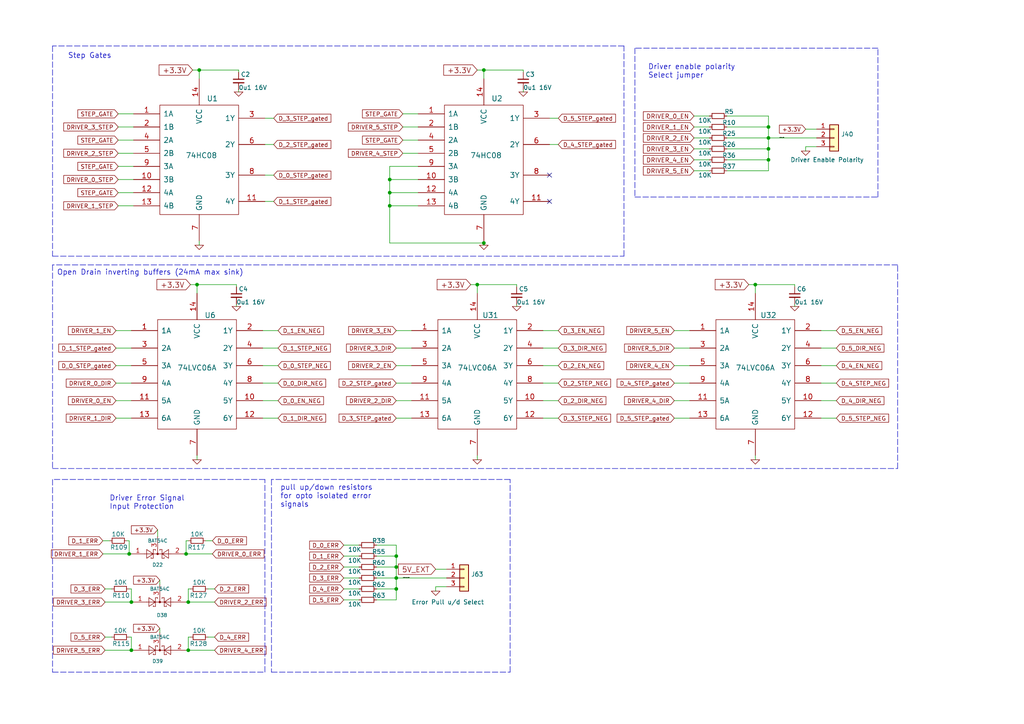
<source format=kicad_sch>
(kicad_sch (version 20211123) (generator eeschema)
  (paper "A4")
  (title_block (title "Duet 3 Main Board 6XD") (date "2023-02-22") (rev "1.01") (company "Duet3d") (comment 1 "(c) Duet3D"))
  (lib_symbols
    (symbol "Connector_Generic:Conn_01x03" (pin_names (offset 1.016) hide)
      (property "Reference" "J" (at 0 5.08 0))
      (property "Value" "Conn_01x03" (at 0 -5.08 0))
      (symbol "Conn_01x03_1_1"
        (rectangle (start -1.27 -2.413) (end 0 -2.667) (stroke (width 0.1524)))
        (rectangle (start -1.27 0.127) (end 0 -0.127) (stroke (width 0.1524)))
        (rectangle (start -1.27 2.667) (end 0 2.413) (stroke (width 0.1524)))
        (rectangle (start -1.27 3.81) (end 1.27 -3.81) (stroke (width 0.254)) (fill (type background)))
        (pin passive line (at -5.08 2.54 0) (length 3.81) (name "Pin_1") (number "1"))
        (pin passive line (at -5.08 0 0) (length 3.81) (name "Pin_2") (number "2"))
        (pin passive line (at -5.08 -2.54 0) (length 3.81) (name "Pin_3") (number "3"))
      )
    )
    (symbol "Device:C_Small" (pin_numbers hide) (pin_names (offset 0.254) hide)
      (property "Reference" "C" (at 0.254 1.778 0))
      (property "Value" "C_Small" (at 0.254 -2.032 0))
      (symbol "C_Small_0_1"
        (polyline (pts (xy -1.524 -0.508) (xy 1.524 -0.508)) (stroke (width 0.3302)))
        (polyline (pts (xy -1.524 0.508) (xy 1.524 0.508)) (stroke (width 0.3048)))
      )
      (symbol "C_Small_1_1"
        (pin passive line (at 0 2.54 270) (length 2.032) (name "~") (number "1"))
        (pin passive line (at 0 -2.54 90) (length 2.032) (name "~") (number "2"))
      )
    )
    (symbol "Device:R_Small" (pin_numbers hide) (pin_names (offset 0.254) hide)
      (property "Reference" "R" (at 0.762 0.508 0))
      (property "Value" "R_Small" (at 0.762 -1.016 0))
      (symbol "R_Small_0_1"
        (rectangle (start -0.762 1.778) (end 0.762 -1.778) (stroke (width 0.2032)))
      )
      (symbol "R_Small_1_1"
        (pin passive line (at 0 2.54 270) (length 0.762) (name "~") (number "1"))
        (pin passive line (at 0 -2.54 90) (length 0.762) (name "~") (number "2"))
      )
    )
    (symbol "Diode:BAT54C" (pin_names (offset 1.016))
      (property "Reference" "D" (at 0.635 -3.81 0))
      (property "Value" "BAT54C" (at -6.35 3.175 0))
      (symbol "BAT54C_0_1"
        (polyline (pts (xy -1.905 0) (xy 1.905 0)))
        (polyline (pts (xy -1.905 1.27) (xy -1.905 1.016)))
        (polyline (pts (xy -1.27 -1.27) (xy -0.635 -1.27)))
        (polyline (pts (xy -1.27 0) (xy -3.81 0)))
        (polyline (pts (xy -1.27 1.27) (xy -1.905 1.27)))
        (polyline (pts (xy -1.27 1.27) (xy -1.27 -1.27)))
        (polyline (pts (xy -0.635 -1.27) (xy -0.635 -1.016)))
        (polyline (pts (xy 0.635 -1.27) (xy 0.635 -1.016)))
        (polyline (pts (xy 1.27 -1.27) (xy 0.635 -1.27)))
        (polyline (pts (xy 1.27 1.27) (xy 1.27 -1.27)))
        (polyline (pts (xy 1.27 1.27) (xy 1.905 1.27)))
        (polyline (pts (xy 1.905 1.27) (xy 1.905 1.016)))
        (polyline (pts (xy 3.81 0) (xy 1.27 0)))
        (polyline (pts (xy -3.175 -1.27) (xy -3.175 1.27) (xy -1.27 0) (xy -3.175 -1.27)))
        (polyline (pts (xy 3.175 -1.27) (xy 3.175 1.27) (xy 1.27 0) (xy 3.175 -1.27)))
        (circle (center 0 0) (radius 0.254) (fill (type outline)))
      )
      (symbol "BAT54C_1_1"
        (pin passive line (at -7.62 0 0) (length 3.81) (name "~") (number "1"))
        (pin passive line (at 7.62 0 180) (length 3.81) (name "~") (number "2"))
        (pin passive line (at 0 -5.08 90) (length 5.08) (name "~") (number "3"))
      )
    )
    (symbol "Duet3:74HC08" (pin_names (offset 1.016))
      (property "Reference" "U" (at 0 1.27 0))
      (property "Value" "74HC08" (at 0 -1.27 0))
      (symbol "74HC08_0_1"
        (rectangle (start -11.43 13.97) (end 11.43 -17.78))
      )
      (symbol "74HC08_1_1"
        (pin power_in line (at -19.05 11.43 0) (length 7.62) (name "1A") (number "1"))
        (pin power_in line (at -19.05 -7.62 0) (length 7.62) (name "3B") (number "10"))
        (pin power_in line (at 19.05 -13.97 180) (length 7.62) (name "4Y") (number "11"))
        (pin power_in line (at -19.05 -11.43 0) (length 7.62) (name "4A") (number "12"))
        (pin power_in line (at -19.05 -15.24 0) (length 7.62) (name "4B") (number "13"))
        (pin power_in line (at 0 21.59 270) (length 7.62) (name "VCC") (number "14"))
        (pin power_in line (at -19.05 7.62 0) (length 7.62) (name "1B") (number "2"))
        (pin power_in line (at 19.05 10.16 180) (length 7.62) (name "1Y") (number "3"))
        (pin power_in line (at -19.05 3.81 0) (length 7.62) (name "2A") (number "4"))
        (pin power_in line (at -19.05 0 0) (length 7.62) (name "2B") (number "5"))
        (pin power_in line (at 19.05 2.54 180) (length 7.62) (name "2Y") (number "6"))
        (pin power_in line (at 0 -25.4 90) (length 7.62) (name "GND") (number "7"))
        (pin power_in line (at 19.05 -6.35 180) (length 7.62) (name "3Y") (number "8"))
        (pin power_in line (at -19.05 -3.81 0) (length 7.62) (name "3A") (number "9"))
      )
    )
    (symbol "Duet3:74LVC06A" (pin_names (offset 1.016))
      (property "Reference" "U" (at 0 1.27 0))
      (property "Value" "74LVC06A" (at 0 -1.27 0))
      (symbol "74LVC06A_0_1"
        (rectangle (start -11.43 13.97) (end 11.43 -17.78))
      )
      (symbol "74LVC06A_1_1"
        (pin power_in line (at -19.05 10.795 0) (length 7.62) (name "1A") (number "1"))
        (pin power_in line (at 19.05 -9.525 180) (length 7.62) (name "5Y") (number "10"))
        (pin power_in line (at -19.05 -9.525 0) (length 7.62) (name "5A") (number "11"))
        (pin power_in line (at 19.05 -14.605 180) (length 7.62) (name "6Y") (number "12"))
        (pin power_in line (at -19.05 -14.605 0) (length 7.62) (name "6A") (number "13"))
        (pin power_in line (at 0 21.59 270) (length 7.62) (name "VCC") (number "14"))
        (pin power_in line (at 19.05 10.795 180) (length 7.62) (name "1Y") (number "2"))
        (pin power_in line (at -19.05 5.715 0) (length 7.62) (name "2A") (number "3"))
        (pin power_in line (at 19.05 5.715 180) (length 7.62) (name "2Y") (number "4"))
        (pin power_in line (at -19.05 0.635 0) (length 7.62) (name "3A") (number "5"))
        (pin power_in line (at 19.05 0.635 180) (length 7.62) (name "3Y") (number "6"))
        (pin power_in line (at 0 -25.4 90) (length 7.62) (name "GND") (number "7"))
        (pin power_in line (at 19.05 -4.445 180) (length 7.62) (name "4Y") (number "8"))
        (pin power_in line (at -19.05 -4.445 0) (length 7.62) (name "4A") (number "9"))
      )
    )
    (symbol "Duet3:GND" (power) (pin_numbers hide) (pin_names (offset 0) hide)
      (symbol "GND_0_1"
        (polyline (pts (xy -1.27 0) (xy 0 -1.27) (xy 1.27 0) (xy -1.27 0)))
      )
      (symbol "GND_1_1"
        (pin power_in line (at 0 0 90) (length 0) hide (name "GND") (number "1"))
      )
    )
    (symbol "GND_1" (power) (pin_numbers hide) (pin_names (offset 0) hide)
      (symbol "GND_1_0_1"
        (polyline (pts (xy -1.27 0) (xy 0 -1.27) (xy 1.27 0) (xy -1.27 0)))
      )
      (symbol "GND_1_1_1"
        (pin power_in line (at 0 0 90) (length 0) hide (name "GND") (number "1"))
      )
    )
    (symbol "GND_10" (power) (pin_numbers hide) (pin_names (offset 0) hide)
      (symbol "GND_10_0_1"
        (polyline (pts (xy -1.27 0) (xy 0 -1.27) (xy 1.27 0) (xy -1.27 0)))
      )
      (symbol "GND_10_1_1"
        (pin power_in line (at 0 0 90) (length 0) hide (name "GND") (number "1"))
      )
    )
    (symbol "GND_11" (power) (pin_numbers hide) (pin_names (offset 0) hide)
      (symbol "GND_11_0_1"
        (polyline (pts (xy -1.27 0) (xy 0 -1.27) (xy 1.27 0) (xy -1.27 0)))
      )
      (symbol "GND_11_1_1"
        (pin power_in line (at 0 0 90) (length 0) hide (name "GND") (number "1"))
      )
    )
    (symbol "GND_2" (power) (pin_numbers hide) (pin_names (offset 0) hide)
      (symbol "GND_2_0_1"
        (polyline (pts (xy -1.27 0) (xy 0 -1.27) (xy 1.27 0) (xy -1.27 0)))
      )
      (symbol "GND_2_1_1"
        (pin power_in line (at 0 0 90) (length 0) hide (name "GND") (number "1"))
      )
    )
    (symbol "GND_3" (power) (pin_numbers hide) (pin_names (offset 0) hide)
      (symbol "GND_3_0_1"
        (polyline (pts (xy -1.27 0) (xy 0 -1.27) (xy 1.27 0) (xy -1.27 0)))
      )
      (symbol "GND_3_1_1"
        (pin power_in line (at 0 0 90) (length 0) hide (name "GND") (number "1"))
      )
    )
    (symbol "GND_4" (power) (pin_numbers hide) (pin_names (offset 0) hide)
      (symbol "GND_4_0_1"
        (polyline (pts (xy -1.27 0) (xy 0 -1.27) (xy 1.27 0) (xy -1.27 0)))
      )
      (symbol "GND_4_1_1"
        (pin power_in line (at 0 0 90) (length 0) hide (name "GND") (number "1"))
      )
    )
    (symbol "GND_5" (power) (pin_numbers hide) (pin_names (offset 0) hide)
      (symbol "GND_5_0_1"
        (polyline (pts (xy -1.27 0) (xy 0 -1.27) (xy 1.27 0) (xy -1.27 0)))
      )
      (symbol "GND_5_1_1"
        (pin power_in line (at 0 0 90) (length 0) hide (name "GND") (number "1"))
      )
    )
    (symbol "GND_6" (power) (pin_numbers hide) (pin_names (offset 0) hide)
      (symbol "GND_6_0_1"
        (polyline (pts (xy -1.27 0) (xy 0 -1.27) (xy 1.27 0) (xy -1.27 0)))
      )
      (symbol "GND_6_1_1"
        (pin power_in line (at 0 0 90) (length 0) hide (name "GND") (number "1"))
      )
    )
    (symbol "GND_7" (power) (pin_numbers hide) (pin_names (offset 0) hide)
      (symbol "GND_7_0_1"
        (polyline (pts (xy -1.27 0) (xy 0 -1.27) (xy 1.27 0) (xy -1.27 0)))
      )
      (symbol "GND_7_1_1"
        (pin power_in line (at 0 0 90) (length 0) hide (name "GND") (number "1"))
      )
    )
    (symbol "GND_8" (power) (pin_numbers hide) (pin_names (offset 0) hide)
      (symbol "GND_8_0_1"
        (polyline (pts (xy -1.27 0) (xy 0 -1.27) (xy 1.27 0) (xy -1.27 0)))
      )
      (symbol "GND_8_1_1"
        (pin power_in line (at 0 0 90) (length 0) hide (name "GND") (number "1"))
      )
    )
    (symbol "GND_9" (power) (pin_numbers hide) (pin_names (offset 0) hide)
      (symbol "GND_9_0_1"
        (polyline (pts (xy -1.27 0) (xy 0 -1.27) (xy 1.27 0) (xy -1.27 0)))
      )
      (symbol "GND_9_1_1"
        (pin power_in line (at 0 0 90) (length 0) hide (name "GND") (number "1"))
      )
    )
  )
  (junction (at 113.03 59.69))
  (junction (at 114.935 161.29))
  (junction (at 138.43 82.55))
  (junction (at 113.03 55.88))
  (junction (at 222.885 46.355))
  (junction (at 222.885 40.005))
  (junction (at 57.15 82.55))
  (junction (at 37.465 160.655))
  (junction (at 54.61 188.595))
  (junction (at 222.885 43.18))
  (junction (at 114.935 170.815))
  (junction (at 38.1 188.595))
  (junction (at 113.03 52.07))
  (junction (at 222.885 36.83))
  (junction (at 54.61 174.625))
  (junction (at 114.935 164.465))
  (junction (at 140.335 20.32))
  (junction (at 38.1 174.625))
  (junction (at 114.935 167.64))
  (junction (at 57.785 20.32))
  (junction (at 53.975 160.655))
  (junction (at 140.335 70.485))
  (junction (at 219.075 82.55))
  (no_connect (at 159.385 58.42))
  (no_connect (at 159.385 50.8))
  (wire (pts (xy 138.43 133.35) (xy 138.43 132.08)))
  (wire (pts (xy 54.61 188.595) (xy 62.23 188.595)))
  (wire (pts (xy 62.23 184.785) (xy 60.325 184.785)))
  (wire (pts (xy 76.2 100.965) (xy 80.645 100.965)))
  (wire (pts (xy 54.61 156.845) (xy 53.975 156.845)))
  (wire (pts (xy 38.1 188.595) (xy 30.48 188.595)))
  (wire (pts (xy 114.935 170.815) (xy 114.935 173.99)))
  (wire (pts (xy 126.365 171.45) (xy 126.365 170.18)))
  (wire (pts (xy 99.695 173.99) (xy 104.14 173.99)))
  (wire (pts (xy 76.835 50.8) (xy 79.375 50.8)))
  (wire (pts (xy 113.03 55.88) (xy 121.285 55.88)))
  (wire (pts (xy 114.935 167.64) (xy 114.935 170.815)))
  (wire (pts (xy 37.465 156.845) (xy 37.465 160.655)))
  (wire (pts (xy 230.505 88.265) (xy 230.505 88.9)))
  (wire (pts (xy 157.48 106.045) (xy 161.925 106.045)))
  (wire (pts (xy 54.61 170.815) (xy 54.61 174.625)))
  (wire (pts (xy 205.74 49.53) (xy 201.295 49.53)))
  (wire (pts (xy 55.245 82.55) (xy 57.15 82.55)))
  (wire (pts (xy 205.74 46.355) (xy 201.295 46.355)))
  (wire (pts (xy 57.785 22.86) (xy 57.785 20.32)))
  (wire (pts (xy 140.335 70.485) (xy 140.335 69.85)))
  (wire (pts (xy 149.86 83.185) (xy 149.86 82.55)))
  (wire (pts (xy 114.935 106.045) (xy 119.38 106.045)))
  (wire (pts (xy 219.075 85.09) (xy 219.075 82.55)))
  (wire (pts (xy 149.86 88.265) (xy 149.86 88.9)))
  (wire (pts (xy 238.125 111.125) (xy 242.57 111.125)))
  (polyline (pts (xy 260.35 76.835) (xy 15.24 76.835)))
  (wire (pts (xy 55.245 170.815) (xy 54.61 170.815)))
  (wire (pts (xy 157.48 95.885) (xy 161.925 95.885)))
  (wire (pts (xy 151.765 20.955) (xy 151.765 20.32)))
  (wire (pts (xy 222.885 46.355) (xy 222.885 43.18)))
  (wire (pts (xy 34.29 44.45) (xy 38.735 44.45)))
  (polyline (pts (xy 78.74 194.945) (xy 147.955 194.945)))
  (wire (pts (xy 36.83 156.845) (xy 37.465 156.845)))
  (wire (pts (xy 46.355 183.515) (xy 46.355 182.245)))
  (wire (pts (xy 57.15 85.09) (xy 57.15 82.55)))
  (wire (pts (xy 38.735 174.625) (xy 38.1 174.625)))
  (wire (pts (xy 195.58 106.045) (xy 200.025 106.045)))
  (wire (pts (xy 33.655 106.045) (xy 38.1 106.045)))
  (wire (pts (xy 33.655 116.205) (xy 38.1 116.205)))
  (wire (pts (xy 210.82 40.005) (xy 222.885 40.005)))
  (wire (pts (xy 222.885 49.53) (xy 222.885 46.355)))
  (wire (pts (xy 76.835 58.42) (xy 79.375 58.42)))
  (wire (pts (xy 76.2 106.045) (xy 80.645 106.045)))
  (wire (pts (xy 138.43 85.09) (xy 138.43 82.55)))
  (polyline (pts (xy 15.24 74.295) (xy 180.975 74.295)))
  (polyline (pts (xy 15.24 139.065) (xy 15.24 194.945)))
  (wire (pts (xy 219.075 82.55) (xy 230.505 82.55)))
  (wire (pts (xy 109.22 167.64) (xy 114.935 167.64)))
  (polyline (pts (xy 15.24 194.945) (xy 76.835 194.945)))
  (wire (pts (xy 136.525 82.55) (xy 138.43 82.55)))
  (polyline (pts (xy 15.24 135.89) (xy 260.35 135.89)))
  (polyline (pts (xy 180.975 13.335) (xy 15.24 13.335)))
  (wire (pts (xy 114.935 173.99) (xy 109.22 173.99)))
  (wire (pts (xy 157.48 121.285) (xy 161.925 121.285)))
  (polyline (pts (xy 180.975 74.295) (xy 180.975 13.335)))
  (wire (pts (xy 54.61 184.785) (xy 54.61 188.595)))
  (wire (pts (xy 53.975 156.845) (xy 53.975 160.655)))
  (wire (pts (xy 33.655 121.285) (xy 38.1 121.285)))
  (wire (pts (xy 230.505 83.185) (xy 230.505 82.55)))
  (wire (pts (xy 61.595 156.845) (xy 59.69 156.845)))
  (wire (pts (xy 140.335 71.12) (xy 140.335 70.485)))
  (wire (pts (xy 116.84 33.02) (xy 121.285 33.02)))
  (wire (pts (xy 34.29 48.26) (xy 38.735 48.26)))
  (wire (pts (xy 114.935 100.965) (xy 119.38 100.965)))
  (wire (pts (xy 126.365 165.1) (xy 129.54 165.1)))
  (wire (pts (xy 38.735 188.595) (xy 38.1 188.595)))
  (polyline (pts (xy 184.15 57.15) (xy 254.635 57.15)))
  (wire (pts (xy 205.74 40.005) (xy 201.295 40.005)))
  (wire (pts (xy 151.765 26.035) (xy 151.765 26.67)))
  (wire (pts (xy 222.885 40.005) (xy 222.885 43.18)))
  (wire (pts (xy 195.58 121.285) (xy 200.025 121.285)))
  (wire (pts (xy 222.885 40.005) (xy 236.855 40.005)))
  (wire (pts (xy 114.935 116.205) (xy 119.38 116.205)))
  (wire (pts (xy 38.1 174.625) (xy 30.48 174.625)))
  (wire (pts (xy 69.215 26.035) (xy 69.215 26.67)))
  (wire (pts (xy 76.2 111.125) (xy 80.645 111.125)))
  (wire (pts (xy 57.785 71.12) (xy 57.785 69.85)))
  (wire (pts (xy 76.2 116.205) (xy 80.645 116.205)))
  (wire (pts (xy 29.845 156.845) (xy 31.75 156.845)))
  (wire (pts (xy 46.355 168.275) (xy 46.355 169.545)))
  (wire (pts (xy 157.48 111.125) (xy 161.925 111.125)))
  (wire (pts (xy 233.68 37.465) (xy 236.855 37.465)))
  (wire (pts (xy 33.655 111.125) (xy 38.1 111.125)))
  (wire (pts (xy 76.2 121.285) (xy 80.645 121.285)))
  (wire (pts (xy 109.22 164.465) (xy 114.935 164.465)))
  (wire (pts (xy 140.335 20.32) (xy 151.765 20.32)))
  (wire (pts (xy 68.58 83.185) (xy 68.58 82.55)))
  (wire (pts (xy 34.29 52.07) (xy 38.735 52.07)))
  (wire (pts (xy 37.465 170.815) (xy 38.1 170.815)))
  (wire (pts (xy 157.48 100.965) (xy 161.925 100.965)))
  (wire (pts (xy 57.785 20.32) (xy 69.215 20.32)))
  (wire (pts (xy 205.74 33.655) (xy 201.295 33.655)))
  (wire (pts (xy 233.68 43.815) (xy 233.68 42.545)))
  (wire (pts (xy 238.125 116.205) (xy 242.57 116.205)))
  (wire (pts (xy 76.835 34.29) (xy 79.375 34.29)))
  (wire (pts (xy 53.34 160.655) (xy 53.975 160.655)))
  (wire (pts (xy 34.29 55.88) (xy 38.735 55.88)))
  (polyline (pts (xy 15.24 13.335) (xy 15.24 74.295)))
  (wire (pts (xy 238.125 100.965) (xy 242.57 100.965)))
  (wire (pts (xy 113.03 59.69) (xy 121.285 59.69)))
  (wire (pts (xy 113.03 55.88) (xy 113.03 59.69)))
  (wire (pts (xy 210.82 49.53) (xy 222.885 49.53)))
  (wire (pts (xy 159.385 41.91) (xy 161.925 41.91)))
  (wire (pts (xy 159.385 34.29) (xy 161.925 34.29)))
  (wire (pts (xy 222.885 33.655) (xy 222.885 36.83)))
  (wire (pts (xy 140.335 22.86) (xy 140.335 20.32)))
  (polyline (pts (xy 76.835 194.945) (xy 76.835 139.065)))
  (wire (pts (xy 76.835 41.91) (xy 79.375 41.91)))
  (polyline (pts (xy 254.635 13.97) (xy 184.15 13.97)))
  (wire (pts (xy 57.15 133.35) (xy 57.15 132.08)))
  (wire (pts (xy 222.885 36.83) (xy 222.885 40.005)))
  (wire (pts (xy 113.03 70.485) (xy 113.03 59.69)))
  (polyline (pts (xy 147.955 139.065) (xy 78.74 139.065)))
  (wire (pts (xy 109.22 161.29) (xy 114.935 161.29)))
  (wire (pts (xy 37.465 184.785) (xy 38.1 184.785)))
  (wire (pts (xy 114.935 158.115) (xy 114.935 161.29)))
  (wire (pts (xy 57.15 82.55) (xy 68.58 82.55)))
  (wire (pts (xy 114.935 164.465) (xy 114.935 167.64)))
  (wire (pts (xy 45.72 153.67) (xy 45.72 155.575)))
  (polyline (pts (xy 78.74 139.065) (xy 78.74 194.945)))
  (wire (pts (xy 37.465 160.655) (xy 29.845 160.655)))
  (wire (pts (xy 121.285 44.45) (xy 116.84 44.45)))
  (wire (pts (xy 69.215 20.955) (xy 69.215 20.32)))
  (wire (pts (xy 205.74 36.83) (xy 201.295 36.83)))
  (wire (pts (xy 113.03 48.26) (xy 113.03 52.07)))
  (polyline (pts (xy 260.35 135.89) (xy 260.35 76.835)))
  (wire (pts (xy 55.88 20.32) (xy 57.785 20.32)))
  (wire (pts (xy 68.58 88.265) (xy 68.58 88.9)))
  (polyline (pts (xy 76.835 139.065) (xy 15.24 139.065)))
  (wire (pts (xy 99.695 170.815) (xy 104.14 170.815)))
  (wire (pts (xy 113.03 52.07) (xy 121.285 52.07)))
  (wire (pts (xy 113.03 70.485) (xy 140.335 70.485)))
  (wire (pts (xy 99.695 161.29) (xy 104.14 161.29)))
  (wire (pts (xy 99.695 158.115) (xy 104.14 158.115)))
  (wire (pts (xy 238.125 106.045) (xy 242.57 106.045)))
  (wire (pts (xy 33.655 95.885) (xy 38.1 95.885)))
  (wire (pts (xy 30.48 184.785) (xy 32.385 184.785)))
  (wire (pts (xy 114.935 121.285) (xy 119.38 121.285)))
  (wire (pts (xy 113.03 52.07) (xy 113.03 55.88)))
  (wire (pts (xy 99.695 164.465) (xy 104.14 164.465)))
  (wire (pts (xy 121.285 36.83) (xy 116.84 36.83)))
  (wire (pts (xy 195.58 95.885) (xy 200.025 95.885)))
  (wire (pts (xy 38.1 170.815) (xy 38.1 174.625)))
  (wire (pts (xy 38.1 184.785) (xy 38.1 188.595)))
  (wire (pts (xy 210.82 33.655) (xy 222.885 33.655)))
  (wire (pts (xy 113.03 48.26) (xy 121.285 48.26)))
  (wire (pts (xy 38.1 160.655) (xy 37.465 160.655)))
  (wire (pts (xy 205.74 43.18) (xy 201.295 43.18)))
  (wire (pts (xy 53.975 188.595) (xy 54.61 188.595)))
  (wire (pts (xy 210.82 46.355) (xy 222.885 46.355)))
  (wire (pts (xy 157.48 116.205) (xy 161.925 116.205)))
  (wire (pts (xy 53.975 160.655) (xy 61.595 160.655)))
  (wire (pts (xy 54.61 174.625) (xy 62.23 174.625)))
  (wire (pts (xy 34.29 59.69) (xy 38.735 59.69)))
  (wire (pts (xy 76.2 95.885) (xy 80.645 95.885)))
  (wire (pts (xy 34.29 36.83) (xy 38.735 36.83)))
  (wire (pts (xy 114.935 161.29) (xy 114.935 164.465)))
  (wire (pts (xy 62.23 170.815) (xy 60.325 170.815)))
  (wire (pts (xy 34.29 33.02) (xy 38.735 33.02)))
  (wire (pts (xy 195.58 111.125) (xy 200.025 111.125)))
  (wire (pts (xy 114.935 167.64) (xy 129.54 167.64)))
  (wire (pts (xy 238.125 95.885) (xy 242.57 95.885)))
  (wire (pts (xy 33.655 100.965) (xy 38.1 100.965)))
  (wire (pts (xy 99.695 167.64) (xy 104.14 167.64)))
  (wire (pts (xy 129.54 170.18) (xy 126.365 170.18)))
  (wire (pts (xy 238.125 121.285) (xy 242.57 121.285)))
  (wire (pts (xy 114.935 95.885) (xy 119.38 95.885)))
  (polyline (pts (xy 254.635 57.15) (xy 254.635 13.97)))
  (wire (pts (xy 34.29 40.64) (xy 38.735 40.64)))
  (wire (pts (xy 116.84 40.64) (xy 121.285 40.64)))
  (wire (pts (xy 30.48 170.815) (xy 32.385 170.815)))
  (wire (pts (xy 55.245 184.785) (xy 54.61 184.785)))
  (wire (pts (xy 138.43 20.32) (xy 140.335 20.32)))
  (polyline (pts (xy 147.955 194.945) (xy 147.955 139.065)))
  (wire (pts (xy 138.43 82.55) (xy 149.86 82.55)))
  (wire (pts (xy 195.58 116.205) (xy 200.025 116.205)))
  (wire (pts (xy 217.17 82.55) (xy 219.075 82.55)))
  (wire (pts (xy 210.82 43.18) (xy 222.885 43.18)))
  (wire (pts (xy 195.58 100.965) (xy 200.025 100.965)))
  (wire (pts (xy 109.22 158.115) (xy 114.935 158.115)))
  (polyline (pts (xy 184.15 13.97) (xy 184.15 57.15)))
  (wire (pts (xy 210.82 36.83) (xy 222.885 36.83)))
  (wire (pts (xy 109.22 170.815) (xy 114.935 170.815)))
  (wire (pts (xy 236.855 42.545) (xy 233.68 42.545)))
  (polyline (pts (xy 15.24 76.835) (xy 15.24 135.89)))
  (wire (pts (xy 114.935 111.125) (xy 119.38 111.125)))
  (wire (pts (xy 219.075 133.35) (xy 219.075 132.08)))
  (wire (pts (xy 53.975 174.625) (xy 54.61 174.625)))
  (text "Step Gates" (at 19.685 17.145 0) (effects (font (size 1.524 1.524)) (justify left bottom)))
  (text "Driver enable polarity\nSelect jumper" (at 187.96 22.86 0) (effects (font (size 1.524 1.524)) (justify left bottom)))
  (text "pull up/down resistors \nfor opto isolated error\nsignals" (at 81.28 147.32 0) (effects (font (size 1.524 1.524)) (justify left bottom)))
  (text "Driver Error Signal\nInput Protection" (at 31.75 147.955 0) (effects (font (size 1.524 1.524)) (justify left bottom)))
  (text "Open Drain inverting buffers (24mA max sink)" (at 16.51 80.01 0) (effects (font (size 1.524 1.524)) (justify left bottom)))
  (label "d_en_pol" (at 226.06 40.005 0) (effects (font (size 0.2032 0.2032))))
  (label "d_err_ud_sel" (at 116.84 167.64 0) (effects (font (size 0.2032 0.2032))))
  (global_label "DRIVER_3_ERR" (shape input) (at 30.48 174.625 180) (effects (font (size 1.1938 1.1938))) (property "Intersheet References" "${INTERSHEET_REFS}" (effects hide)))
  (global_label "STEP_GATE" (shape input) (at 116.84 33.02 180) (effects (font (size 1.1938 1.1938))) (property "Intersheet References" "${INTERSHEET_REFS}" (effects hide)))
  (global_label "D_1_STEP_gated" (shape input) (at 33.655 100.965 180) (effects (font (size 1.1938 1.1938))) (property "Intersheet References" "${INTERSHEET_REFS}" (effects hide)))
  (global_label "DRIVER_5_DIR" (shape input) (at 195.58 100.965 180) (effects (font (size 1.1938 1.1938))) (property "Intersheet References" "${INTERSHEET_REFS}" (effects hide)))
  (global_label "D_3_STEP_NEG" (shape input) (at 161.925 121.285 0) (effects (font (size 1.1938 1.1938))) (property "Intersheet References" "${INTERSHEET_REFS}" (effects hide)))
  (global_label "D_0_STEP_gated" (shape input) (at 79.375 50.8 0) (effects (font (size 1.1938 1.1938))) (property "Intersheet References" "${INTERSHEET_REFS}" (effects hide)))
  (global_label "STEP_GATE" (shape input) (at 34.29 40.64 180) (effects (font (size 1.1938 1.1938))) (property "Intersheet References" "${INTERSHEET_REFS}" (effects hide)))
  (global_label "D_3_STEP_gated" (shape input) (at 79.375 34.29 0) (effects (font (size 1.1938 1.1938))) (property "Intersheet References" "${INTERSHEET_REFS}" (effects hide)))
  (global_label "D_1_ERR" (shape input) (at 99.695 161.29 180) (effects (font (size 1.1938 1.1938))) (property "Intersheet References" "${INTERSHEET_REFS}" (effects hide)))
  (global_label "+3.3V" (shape input) (at 46.355 168.275 180) (effects (font (size 1.1938 1.1938))) (property "Intersheet References" "${INTERSHEET_REFS}" (effects hide)))
  (global_label "D_4_STEP_gated" (shape input) (at 161.925 41.91 0) (effects (font (size 1.1938 1.1938))) (property "Intersheet References" "${INTERSHEET_REFS}" (effects hide)))
  (global_label "D_4_EN_NEG" (shape input) (at 242.57 106.045 0) (effects (font (size 1.1938 1.1938))) (property "Intersheet References" "${INTERSHEET_REFS}" (effects hide)))
  (global_label "DRIVER_1_EN" (shape input) (at 201.295 36.83 180) (property "Intersheet References" "${INTERSHEET_REFS}" (effects hide)))
  (global_label "DRIVER_4_ERR" (shape input) (at 62.23 188.595 0) (effects (font (size 1.1938 1.1938))) (property "Intersheet References" "${INTERSHEET_REFS}" (effects hide)))
  (global_label "D_4_ERR" (shape input) (at 62.23 184.785 0) (effects (font (size 1.1938 1.1938))) (property "Intersheet References" "${INTERSHEET_REFS}" (effects hide)))
  (global_label "DRIVER_2_EN" (shape input) (at 201.295 40.005 180) (property "Intersheet References" "${INTERSHEET_REFS}" (effects hide)))
  (global_label "D_2_DIR_NEG" (shape input) (at 161.925 116.205 0) (effects (font (size 1.1938 1.1938))) (property "Intersheet References" "${INTERSHEET_REFS}" (effects hide)))
  (global_label "D_2_ERR" (shape input) (at 62.23 170.815 0) (effects (font (size 1.1938 1.1938))) (property "Intersheet References" "${INTERSHEET_REFS}" (effects hide)))
  (global_label "D_4_ERR" (shape input) (at 99.695 170.815 180) (effects (font (size 1.1938 1.1938))) (property "Intersheet References" "${INTERSHEET_REFS}" (effects hide)))
  (global_label "STEP_GATE" (shape input) (at 116.84 40.64 180) (effects (font (size 1.1938 1.1938))) (property "Intersheet References" "${INTERSHEET_REFS}" (effects hide)))
  (global_label "DRIVER_5_EN" (shape input) (at 201.295 49.53 180) (property "Intersheet References" "${INTERSHEET_REFS}" (effects hide)))
  (global_label "DRIVER_3_STEP" (shape input) (at 34.29 36.83 180) (effects (font (size 1.1938 1.1938))) (property "Intersheet References" "${INTERSHEET_REFS}" (effects hide)))
  (global_label "+3.3V" (shape input) (at 46.355 182.245 180) (effects (font (size 1.1938 1.1938))) (property "Intersheet References" "${INTERSHEET_REFS}" (effects hide)))
  (global_label "+3.3V" (shape input) (at 55.245 82.55 180) (effects (font (size 1.524 1.524))) (property "Intersheet References" "${INTERSHEET_REFS}" (effects hide)))
  (global_label "D_5_ERR" (shape input) (at 30.48 184.785 180) (effects (font (size 1.1938 1.1938))) (property "Intersheet References" "${INTERSHEET_REFS}" (effects hide)))
  (global_label "DRIVER_4_EN" (shape input) (at 201.295 46.355 180) (property "Intersheet References" "${INTERSHEET_REFS}" (effects hide)))
  (global_label "D_4_STEP_gated" (shape input) (at 195.58 111.125 180) (effects (font (size 1.1938 1.1938))) (property "Intersheet References" "${INTERSHEET_REFS}" (effects hide)))
  (global_label "DRIVER_5_EN" (shape input) (at 195.58 95.885 180) (effects (font (size 1.1938 1.1938))) (property "Intersheet References" "${INTERSHEET_REFS}" (effects hide)))
  (global_label "DRIVER_2_DIR" (shape input) (at 114.935 116.205 180) (effects (font (size 1.1938 1.1938))) (property "Intersheet References" "${INTERSHEET_REFS}" (effects hide)))
  (global_label "+3.3V" (shape input) (at 233.68 37.465 180) (effects (font (size 1.1938 1.1938))) (property "Intersheet References" "${INTERSHEET_REFS}" (effects hide)))
  (global_label "+3.3V" (shape input) (at 217.17 82.55 180) (effects (font (size 1.524 1.524))) (property "Intersheet References" "${INTERSHEET_REFS}" (effects hide)))
  (global_label "D_3_ERR" (shape input) (at 30.48 170.815 180) (effects (font (size 1.1938 1.1938))) (property "Intersheet References" "${INTERSHEET_REFS}" (effects hide)))
  (global_label "DRIVER_0_DIR" (shape input) (at 33.655 111.125 180) (effects (font (size 1.1938 1.1938))) (property "Intersheet References" "${INTERSHEET_REFS}" (effects hide)))
  (global_label "DRIVER_4_DIR" (shape input) (at 195.58 116.205 180) (effects (font (size 1.1938 1.1938))) (property "Intersheet References" "${INTERSHEET_REFS}" (effects hide)))
  (global_label "DRIVER_3_DIR" (shape input) (at 114.935 100.965 180) (effects (font (size 1.1938 1.1938))) (property "Intersheet References" "${INTERSHEET_REFS}" (effects hide)))
  (global_label "D_5_DIR_NEG" (shape input) (at 242.57 100.965 0) (effects (font (size 1.1938 1.1938))) (property "Intersheet References" "${INTERSHEET_REFS}" (effects hide)))
  (global_label "D_2_ERR" (shape input) (at 99.695 164.465 180) (effects (font (size 1.1938 1.1938))) (property "Intersheet References" "${INTERSHEET_REFS}" (effects hide)))
  (global_label "D_2_STEP_NEG" (shape input) (at 161.925 111.125 0) (effects (font (size 1.1938 1.1938))) (property "Intersheet References" "${INTERSHEET_REFS}" (effects hide)))
  (global_label "DRIVER_1_DIR" (shape input) (at 33.655 121.285 180) (effects (font (size 1.1938 1.1938))) (property "Intersheet References" "${INTERSHEET_REFS}" (effects hide)))
  (global_label "D_3_DIR_NEG" (shape input) (at 161.925 100.965 0) (effects (font (size 1.1938 1.1938))) (property "Intersheet References" "${INTERSHEET_REFS}" (effects hide)))
  (global_label "DRIVER_5_ERR" (shape input) (at 30.48 188.595 180) (effects (font (size 1.1938 1.1938))) (property "Intersheet References" "${INTERSHEET_REFS}" (effects hide)))
  (global_label "DRIVER_0_EN" (shape input) (at 33.655 116.205 180) (effects (font (size 1.1938 1.1938))) (property "Intersheet References" "${INTERSHEET_REFS}" (effects hide)))
  (global_label "D_0_DIR_NEG" (shape input) (at 80.645 111.125 0) (effects (font (size 1.1938 1.1938))) (property "Intersheet References" "${INTERSHEET_REFS}" (effects hide)))
  (global_label "DRIVER_5_STEP" (shape input) (at 116.84 36.83 180) (effects (font (size 1.1938 1.1938))) (property "Intersheet References" "${INTERSHEET_REFS}" (effects hide)))
  (global_label "D_0_ERR" (shape input) (at 61.595 156.845 0) (effects (font (size 1.1938 1.1938))) (property "Intersheet References" "${INTERSHEET_REFS}" (effects hide)))
  (global_label "D_1_ERR" (shape input) (at 29.845 156.845 180) (effects (font (size 1.1938 1.1938))) (property "Intersheet References" "${INTERSHEET_REFS}" (effects hide)))
  (global_label "D_0_ERR" (shape input) (at 99.695 158.115 180) (effects (font (size 1.1938 1.1938))) (property "Intersheet References" "${INTERSHEET_REFS}" (effects hide)))
  (global_label "D_1_STEP_NEG" (shape input) (at 80.645 100.965 0) (effects (font (size 1.1938 1.1938))) (property "Intersheet References" "${INTERSHEET_REFS}" (effects hide)))
  (global_label "D_2_STEP_gated" (shape input) (at 114.935 111.125 180) (effects (font (size 1.1938 1.1938))) (property "Intersheet References" "${INTERSHEET_REFS}" (effects hide)))
  (global_label "DRIVER_1_STEP" (shape input) (at 34.29 59.69 180) (effects (font (size 1.1938 1.1938))) (property "Intersheet References" "${INTERSHEET_REFS}" (effects hide)))
  (global_label "DRIVER_1_ERR" (shape input) (at 29.845 160.655 180) (effects (font (size 1.1938 1.1938))) (property "Intersheet References" "${INTERSHEET_REFS}" (effects hide)))
  (global_label "D_1_STEP_gated" (shape input) (at 79.375 58.42 0) (effects (font (size 1.1938 1.1938))) (property "Intersheet References" "${INTERSHEET_REFS}" (effects hide)))
  (global_label "DRIVER_0_STEP" (shape input) (at 34.29 52.07 180) (effects (font (size 1.1938 1.1938))) (property "Intersheet References" "${INTERSHEET_REFS}" (effects hide)))
  (global_label "D_5_ERR" (shape input) (at 99.695 173.99 180) (effects (font (size 1.1938 1.1938))) (property "Intersheet References" "${INTERSHEET_REFS}" (effects hide)))
  (global_label "D_0_EN_NEG" (shape input) (at 80.645 116.205 0) (effects (font (size 1.1938 1.1938))) (property "Intersheet References" "${INTERSHEET_REFS}" (effects hide)))
  (global_label "STEP_GATE" (shape input) (at 34.29 33.02 180) (effects (font (size 1.1938 1.1938))) (property "Intersheet References" "${INTERSHEET_REFS}" (effects hide)))
  (global_label "D_3_STEP_gated" (shape input) (at 114.935 121.285 180) (effects (font (size 1.1938 1.1938))) (property "Intersheet References" "${INTERSHEET_REFS}" (effects hide)))
  (global_label "D_1_DIR_NEG" (shape input) (at 80.645 121.285 0) (effects (font (size 1.1938 1.1938))) (property "Intersheet References" "${INTERSHEET_REFS}" (effects hide)))
  (global_label "D_0_STEP_gated" (shape input) (at 33.655 106.045 180) (effects (font (size 1.1938 1.1938))) (property "Intersheet References" "${INTERSHEET_REFS}" (effects hide)))
  (global_label "D_5_STEP_NEG" (shape input) (at 242.57 121.285 0) (effects (font (size 1.1938 1.1938))) (property "Intersheet References" "${INTERSHEET_REFS}" (effects hide)))
  (global_label "DRIVER_3_EN" (shape input) (at 114.935 95.885 180) (effects (font (size 1.1938 1.1938))) (property "Intersheet References" "${INTERSHEET_REFS}" (effects hide)))
  (global_label "D_4_DIR_NEG" (shape input) (at 242.57 116.205 0) (effects (font (size 1.1938 1.1938))) (property "Intersheet References" "${INTERSHEET_REFS}" (effects hide)))
  (global_label "D_5_EN_NEG" (shape input) (at 242.57 95.885 0) (effects (font (size 1.1938 1.1938))) (property "Intersheet References" "${INTERSHEET_REFS}" (effects hide)))
  (global_label "D_5_STEP_gated" (shape input) (at 161.925 34.29 0) (effects (font (size 1.1938 1.1938))) (property "Intersheet References" "${INTERSHEET_REFS}" (effects hide)))
  (global_label "5V_EXT" (shape input) (at 126.365 165.1 180) (effects (font (size 1.524 1.524))) (property "Intersheet References" "${INTERSHEET_REFS}" (effects hide)))
  (global_label "DRIVER_1_EN" (shape input) (at 33.655 95.885 180) (effects (font (size 1.1938 1.1938))) (property "Intersheet References" "${INTERSHEET_REFS}" (effects hide)))
  (global_label "DRIVER_4_STEP" (shape input) (at 116.84 44.45 180) (effects (font (size 1.1938 1.1938))) (property "Intersheet References" "${INTERSHEET_REFS}" (effects hide)))
  (global_label "D_3_ERR" (shape input) (at 99.695 167.64 180) (effects (font (size 1.1938 1.1938))) (property "Intersheet References" "${INTERSHEET_REFS}" (effects hide)))
  (global_label "D_0_STEP_NEG" (shape input) (at 80.645 106.045 0) (effects (font (size 1.1938 1.1938))) (property "Intersheet References" "${INTERSHEET_REFS}" (effects hide)))
  (global_label "D_5_STEP_gated" (shape input) (at 195.58 121.285 180) (effects (font (size 1.1938 1.1938))) (property "Intersheet References" "${INTERSHEET_REFS}" (effects hide)))
  (global_label "D_2_STEP_gated" (shape input) (at 79.375 41.91 0) (effects (font (size 1.1938 1.1938))) (property "Intersheet References" "${INTERSHEET_REFS}" (effects hide)))
  (global_label "STEP_GATE" (shape input) (at 34.29 55.88 180) (effects (font (size 1.1938 1.1938))) (property "Intersheet References" "${INTERSHEET_REFS}" (effects hide)))
  (global_label "DRIVER_0_ERR" (shape input) (at 61.595 160.655 0) (effects (font (size 1.1938 1.1938))) (property "Intersheet References" "${INTERSHEET_REFS}" (effects hide)))
  (global_label "DRIVER_2_STEP" (shape input) (at 34.29 44.45 180) (effects (font (size 1.1938 1.1938))) (property "Intersheet References" "${INTERSHEET_REFS}" (effects hide)))
  (global_label "DRIVER_4_EN" (shape input) (at 195.58 106.045 180) (effects (font (size 1.1938 1.1938))) (property "Intersheet References" "${INTERSHEET_REFS}" (effects hide)))
  (global_label "DRIVER_2_ERR" (shape input) (at 62.23 174.625 0) (effects (font (size 1.1938 1.1938))) (property "Intersheet References" "${INTERSHEET_REFS}" (effects hide)))
  (global_label "+3.3V" (shape input) (at 45.72 153.67 180) (effects (font (size 1.1938 1.1938))) (property "Intersheet References" "${INTERSHEET_REFS}" (effects hide)))
  (global_label "+3.3V" (shape input) (at 138.43 20.32 180) (effects (font (size 1.524 1.524))) (property "Intersheet References" "${INTERSHEET_REFS}" (effects hide)))
  (global_label "D_3_EN_NEG" (shape input) (at 161.925 95.885 0) (effects (font (size 1.1938 1.1938))) (property "Intersheet References" "${INTERSHEET_REFS}" (effects hide)))
  (global_label "DRIVER_0_EN" (shape input) (at 201.295 33.655 180) (property "Intersheet References" "${INTERSHEET_REFS}" (effects hide)))
  (global_label "+3.3V" (shape input) (at 55.88 20.32 180) (effects (font (size 1.524 1.524))) (property "Intersheet References" "${INTERSHEET_REFS}" (effects hide)))
  (global_label "DRIVER_3_EN" (shape input) (at 201.295 43.18 180) (property "Intersheet References" "${INTERSHEET_REFS}" (effects hide)))
  (global_label "D_1_EN_NEG" (shape input) (at 80.645 95.885 0) (effects (font (size 1.1938 1.1938))) (property "Intersheet References" "${INTERSHEET_REFS}" (effects hide)))
  (global_label "+3.3V" (shape input) (at 136.525 82.55 180) (effects (font (size 1.524 1.524))) (property "Intersheet References" "${INTERSHEET_REFS}" (effects hide)))
  (global_label "D_4_STEP_NEG" (shape input) (at 242.57 111.125 0) (effects (font (size 1.1938 1.1938))) (property "Intersheet References" "${INTERSHEET_REFS}" (effects hide)))
  (global_label "STEP_GATE" (shape input) (at 34.29 48.26 180) (effects (font (size 1.1938 1.1938))) (property "Intersheet References" "${INTERSHEET_REFS}" (effects hide)))
  (global_label "DRIVER_2_EN" (shape input) (at 114.935 106.045 180) (effects (font (size 1.1938 1.1938))) (property "Intersheet References" "${INTERSHEET_REFS}" (effects hide)))
  (global_label "D_2_EN_NEG" (shape input) (at 161.925 106.045 0) (effects (font (size 1.1938 1.1938))) (property "Intersheet References" "${INTERSHEET_REFS}" (effects hide)))
  (symbol (lib_id "Duet3:74LVC06A") (at 57.15 106.68 0) (unit 1)
    (property "Reference" "U6" (at 60.96 91.44 0) (effects (font (size 1.524 1.524))))
    (property "Value" "74LVC06A" (at 57.15 106.68 0) (effects (font (size 1.524 1.524))))
    (property "Footprint" "Package_SO:TSSOP-14_4.4x5mm_P0.65mm" (effects hide))
    (property "Part Number" "74LVC06APW,112 or SN74LVC06APWRE4" (effects hide))
  )
  (symbol (lib_name "GND_2") (lib_id "Duet3:GND") (at 68.58 88.9 0) (unit 1)
    (property "Reference" "#PWR032" (effects hide))
    (property "Value" "GND" (effects hide))
  )
  (symbol (lib_id "Device:C_Small") (at 68.58 85.725 0) (unit 1)
    (property "Reference" "C4" (at 69.215 83.82 0) (effects (justify left)))
    (property "Value" "0u1 16V" (at 68.58 87.63 0) (effects (justify left)))
    (property "Footprint" "Capacitor_SMD:C_0402_1005Metric_Wbry" (effects hide))
    (property "Part Number" "0402YC104KAT2A" (effects hide))
  )
  (symbol (lib_id "Duet3:GND") (at 57.15 133.35 0) (unit 1)
    (property "Reference" "#PWR027" (effects hide))
    (property "Value" "GND" (effects hide))
  )
  (symbol (lib_id "Duet3:74LVC06A") (at 138.43 106.68 0) (unit 1)
    (property "Reference" "U31" (at 142.24 91.44 0) (effects (font (size 1.524 1.524))))
    (property "Value" "74LVC06A" (at 138.43 106.68 0) (effects (font (size 1.524 1.524))))
    (property "Footprint" "Package_SO:TSSOP-14_4.4x5mm_P0.65mm" (effects hide))
    (property "Part Number" "74LVC06APW,112 or SN74LVC06APWRE4" (effects hide))
  )
  (symbol (lib_name "GND_9") (lib_id "Duet3:GND") (at 149.86 88.9 0) (unit 1)
    (property "Reference" "#PWR071" (effects hide))
    (property "Value" "GND" (effects hide))
  )
  (symbol (lib_id "Device:C_Small") (at 149.86 85.725 0) (unit 1)
    (property "Reference" "C5" (at 150.495 83.82 0) (effects (justify left)))
    (property "Value" "0u1 16V" (at 149.86 87.63 0) (effects (justify left)))
    (property "Footprint" "Capacitor_SMD:C_0402_1005Metric_Wbry" (effects hide))
    (property "Part Number" "0402YC104KAT2A" (effects hide))
  )
  (symbol (lib_name "GND_10") (lib_id "Duet3:GND") (at 138.43 133.35 0) (unit 1)
    (property "Reference" "#PWR069" (effects hide))
    (property "Value" "GND" (effects hide))
  )
  (symbol (lib_id "Duet3:74LVC06A") (at 219.075 106.68 0) (unit 1)
    (property "Reference" "U32" (at 222.885 91.44 0) (effects (font (size 1.524 1.524))))
    (property "Value" "74LVC06A" (at 219.075 106.68 0) (effects (font (size 1.524 1.524))))
    (property "Footprint" "Package_SO:TSSOP-14_4.4x5mm_P0.65mm" (effects hide))
    (property "Part Number" "74LVC06APW,112 or SN74LVC06APWRE4" (effects hide))
  )
  (symbol (lib_name "GND_4") (lib_id "Duet3:GND") (at 230.505 88.9 0) (unit 1)
    (property "Reference" "#PWR073" (effects hide))
    (property "Value" "GND" (effects hide))
  )
  (symbol (lib_id "Device:C_Small") (at 230.505 85.725 0) (unit 1)
    (property "Reference" "C6" (at 231.14 83.82 0) (effects (justify left)))
    (property "Value" "0u1 16V" (at 230.505 87.63 0) (effects (justify left)))
    (property "Footprint" "Capacitor_SMD:C_0402_1005Metric_Wbry" (effects hide))
    (property "Part Number" "0402YC104KAT2A" (effects hide))
  )
  (symbol (lib_name "GND_5") (lib_id "Duet3:GND") (at 219.075 133.35 0) (unit 1)
    (property "Reference" "#PWR072" (effects hide))
    (property "Value" "GND" (effects hide))
  )
  (symbol (lib_id "Device:R_Small") (at 34.29 156.845 270) (unit 1)
    (property "Reference" "R109" (at 34.4932 158.75 90))
    (property "Value" "10K" (at 34.29 154.94 90))
    (property "Footprint" "Resistor_SMD:R_0402_1005Metric_Wbry" (effects hide))
    (property "Part Number" "RMCS0402FT10K0" (effects hide))
  )
  (symbol (lib_id "Device:R_Small") (at 57.785 184.785 90) (mirror x) (unit 1)
    (property "Reference" "R128" (at 57.5818 186.69 90))
    (property "Value" "10K" (at 57.785 182.88 90))
    (property "Footprint" "Resistor_SMD:R_0402_1005Metric_Wbry" (effects hide))
    (property "Part Number" "RMCS0402FT10K0" (effects hide))
  )
  (symbol (lib_id "Device:R_Small") (at 34.925 170.815 270) (unit 1)
    (property "Reference" "R110" (at 35.1282 172.72 90))
    (property "Value" "10K" (at 34.925 168.91 90))
    (property "Footprint" "Resistor_SMD:R_0402_1005Metric_Wbry" (effects hide))
    (property "Part Number" "RMCS0402FT10K0" (effects hide))
  )
  (symbol (lib_id "Device:R_Small") (at 34.925 184.785 270) (unit 1)
    (property "Reference" "R115" (at 35.1282 186.69 90))
    (property "Value" "10K" (at 34.925 182.88 90))
    (property "Footprint" "Resistor_SMD:R_0402_1005Metric_Wbry" (effects hide))
    (property "Part Number" "RMCS0402FT10K0" (effects hide))
  )
  (symbol (lib_id "Device:R_Small") (at 57.15 156.845 90) (mirror x) (unit 1)
    (property "Reference" "R117" (at 56.9468 158.75 90))
    (property "Value" "10K" (at 57.15 154.94 90))
    (property "Footprint" "Resistor_SMD:R_0402_1005Metric_Wbry" (effects hide))
    (property "Part Number" "RMCS0402FT10K0" (effects hide))
  )
  (symbol (lib_id "Device:R_Small") (at 57.785 170.815 90) (mirror x) (unit 1)
    (property "Reference" "R127" (at 57.5818 172.72 90))
    (property "Value" "10K" (at 57.785 168.91 90))
    (property "Footprint" "Resistor_SMD:R_0402_1005Metric_Wbry" (effects hide))
    (property "Part Number" "RMCS0402FT10K0" (effects hide))
  )
  (symbol (lib_id "Device:C_Small") (at 151.765 23.495 0) (unit 1)
    (property "Reference" "C3" (at 152.4 21.59 0) (effects (justify left)))
    (property "Value" "0u1 16V" (at 151.765 25.4 0) (effects (justify left)))
    (property "Footprint" "Capacitor_SMD:C_0402_1005Metric_Wbry" (effects hide))
    (property "Part Number" "0402YC104KAT2A" (effects hide))
  )
  (symbol (lib_id "Device:R_Small") (at 208.28 43.18 90) (unit 1)
    (property "Reference" "R26" (at 211.455 41.91 90))
    (property "Value" "10K" (at 204.47 44.45 90))
    (property "Footprint" "Resistor_SMD:R_0402_1005Metric_Wbry" (effects hide))
    (property "Part Number" "RMCS0402FT10K0" (effects hide))
  )
  (symbol (lib_id "Device:R_Small") (at 208.28 33.655 90) (unit 1)
    (property "Reference" "R5" (at 211.455 32.385 90))
    (property "Value" "10K" (at 204.47 34.925 90))
    (property "Footprint" "Resistor_SMD:R_0402_1005Metric_Wbry" (effects hide))
    (property "Part Number" "RMCS0402FT10K0" (effects hide))
  )
  (symbol (lib_id "Device:R_Small") (at 208.28 36.83 90) (unit 1)
    (property "Reference" "R10" (at 211.455 35.56 90))
    (property "Value" "10K" (at 204.47 38.1 90))
    (property "Footprint" "Resistor_SMD:R_0402_1005Metric_Wbry" (effects hide))
    (property "Part Number" "RMCS0402FT10K0" (effects hide))
  )
  (symbol (lib_id "Device:R_Small") (at 208.28 40.005 90) (unit 1)
    (property "Reference" "R25" (at 211.455 38.735 90))
    (property "Value" "10K" (at 204.47 41.275 90))
    (property "Footprint" "Resistor_SMD:R_0402_1005Metric_Wbry" (effects hide))
    (property "Part Number" "RMCS0402FT10K0" (effects hide))
  )
  (symbol (lib_id "Device:R_Small") (at 208.28 49.53 90) (unit 1)
    (property "Reference" "R37" (at 211.455 48.26 90))
    (property "Value" "10K" (at 204.47 50.8 90))
    (property "Footprint" "Resistor_SMD:R_0402_1005Metric_Wbry" (effects hide))
    (property "Part Number" "RMCS0402FT10K0" (effects hide))
  )
  (symbol (lib_id "Device:R_Small") (at 208.28 46.355 90) (unit 1)
    (property "Reference" "R36" (at 211.455 45.085 90))
    (property "Value" "10K" (at 204.47 47.625 90))
    (property "Footprint" "Resistor_SMD:R_0402_1005Metric_Wbry" (effects hide))
    (property "Part Number" "RMCS0402FT10K0" (effects hide))
  )
  (symbol (lib_id "Connector_Generic:Conn_01x03") (at 241.935 40.005 0) (unit 1)
    (property "Reference" "J40" (at 243.9416 38.9382 0) (effects (justify left)))
    (property "Value" "Driver Enable Polarity" (at 229.235 46.355 0) (effects (justify left)))
    (property "Footprint" "Connector_PinHeader_2.54mm:PinHeader_1x03_P2.54mm_Vertical" (effects hide))
    (property "Part Number" "THS-03-R" (effects hide))
  )
  (symbol (lib_name "GND_6") (lib_id "Duet3:GND") (at 233.68 43.815 0) (unit 1)
    (property "Reference" "#PWR0107" (effects hide))
    (property "Value" "GND" (effects hide))
  )
  (symbol (lib_id "Connector_Generic:Conn_01x03") (at 134.62 167.64 0) (unit 1)
    (property "Reference" "J63" (at 136.6266 166.5732 0) (effects (justify left)))
    (property "Value" "Error Pull u/d Select" (at 119.38 174.625 0) (effects (justify left)))
    (property "Footprint" "Connector_PinHeader_2.54mm:PinHeader_1x03_P2.54mm_Vertical" (effects hide))
    (property "Part Number" "THS-03-R" (effects hide))
  )
  (symbol (lib_name "GND_11") (lib_id "Duet3:GND") (at 126.365 171.45 0) (unit 1)
    (property "Reference" "#PWR03" (effects hide))
    (property "Value" "GND" (effects hide))
  )
  (symbol (lib_id "Device:R_Small") (at 106.68 158.115 90) (unit 1)
    (property "Reference" "R38" (at 109.855 156.845 90))
    (property "Value" "10K" (at 102.87 159.385 90))
    (property "Footprint" "Resistor_SMD:R_0402_1005Metric_Wbry" (effects hide))
    (property "Part Number" "RMCS0402FT10K0" (effects hide))
  )
  (symbol (lib_id "Device:R_Small") (at 106.68 161.29 90) (unit 1)
    (property "Reference" "R55" (at 109.855 160.02 90))
    (property "Value" "10K" (at 102.87 162.56 90))
    (property "Footprint" "Resistor_SMD:R_0402_1005Metric_Wbry" (effects hide))
    (property "Part Number" "RMCS0402FT10K0" (effects hide))
  )
  (symbol (lib_id "Device:R_Small") (at 106.68 164.465 90) (unit 1)
    (property "Reference" "R60" (at 109.855 163.195 90))
    (property "Value" "10K" (at 102.87 165.735 90))
    (property "Footprint" "Resistor_SMD:R_0402_1005Metric_Wbry" (effects hide))
    (property "Part Number" "RMCS0402FT10K0" (effects hide))
  )
  (symbol (lib_id "Device:R_Small") (at 106.68 167.64 90) (unit 1)
    (property "Reference" "R61" (at 109.855 166.37 90))
    (property "Value" "10K" (at 102.87 168.91 90))
    (property "Footprint" "Resistor_SMD:R_0402_1005Metric_Wbry" (effects hide))
    (property "Part Number" "RMCS0402FT10K0" (effects hide))
  )
  (symbol (lib_id "Device:R_Small") (at 106.68 170.815 90) (unit 1)
    (property "Reference" "R62" (at 109.855 169.545 90))
    (property "Value" "10K" (at 102.87 172.085 90))
    (property "Footprint" "Resistor_SMD:R_0402_1005Metric_Wbry" (effects hide))
    (property "Part Number" "RMCS0402FT10K0" (effects hide))
  )
  (symbol (lib_id "Device:R_Small") (at 106.68 173.99 90) (unit 1)
    (property "Reference" "R63" (at 109.855 172.72 90))
    (property "Value" "10K" (at 102.87 175.26 90))
    (property "Footprint" "Resistor_SMD:R_0402_1005Metric_Wbry" (effects hide))
    (property "Part Number" "RMCS0402FT10K0" (effects hide))
  )
  (symbol (lib_id "Diode:BAT54C") (at 45.72 160.655 0) (mirror x) (unit 1)
    (property "Reference" "D22" (at 45.72 163.83 0) (effects (font (size 1.016 1.016))))
    (property "Value" "BAT54C" (at 45.72 156.845 0) (effects (font (size 1.016 1.016))))
    (property "Footprint" "Package_TO_SOT_SMD:SOT-23" (effects hide))
    (property "Part Number" "BAT54CLT1G" (effects hide))
  )
  (symbol (lib_id "Diode:BAT54C") (at 46.355 174.625 0) (mirror x) (unit 1)
    (property "Reference" "D38" (at 46.99 178.435 0) (effects (font (size 1.016 1.016))))
    (property "Value" "BAT54C" (at 46.355 170.815 0) (effects (font (size 1.016 1.016))))
    (property "Footprint" "Package_TO_SOT_SMD:SOT-23" (effects hide))
    (property "Part Number" "BAT54CLT1G" (effects hide))
  )
  (symbol (lib_id "Diode:BAT54C") (at 46.355 188.595 0) (mirror x) (unit 1)
    (property "Reference" "D39" (at 45.72 191.77 0) (effects (font (size 1.016 1.016))))
    (property "Value" "BAT54C" (at 46.355 184.785 0) (effects (font (size 1.016 1.016))))
    (property "Footprint" "Package_TO_SOT_SMD:SOT-23" (effects hide))
    (property "Part Number" "BAT54CLT1G" (effects hide))
  )
  (symbol (lib_id "Duet3:74HC08") (at 57.785 44.45 0) (unit 1)
    (property "Reference" "U1" (at 61.595 28.575 0) (effects (font (size 1.524 1.524))))
    (property "Value" "74HC08" (at 58.42 45.085 0) (effects (font (size 1.524 1.524))))
    (property "Footprint" "Package_SO:TSSOP-14_4.4x5mm_P0.65mm" (effects hide))
    (property "Part Number" "74HC08PW,118" (effects hide))
  )
  (symbol (lib_name "GND_3") (lib_id "Duet3:GND") (at 69.215 26.67 0) (unit 1)
    (property "Reference" "#PWR04" (effects hide))
    (property "Value" "GND" (effects hide))
  )
  (symbol (lib_id "Device:C_Small") (at 69.215 23.495 0) (unit 1)
    (property "Reference" "C2" (at 69.85 21.59 0) (effects (justify left)))
    (property "Value" "0u1 16V" (at 69.215 25.4 0) (effects (justify left)))
    (property "Footprint" "Capacitor_SMD:C_0402_1005Metric_Wbry" (effects hide))
    (property "Part Number" "0402YC104KAT2A" (effects hide))
  )
  (symbol (lib_name "GND_1") (lib_id "Duet3:GND") (at 57.785 71.12 0) (unit 1)
    (property "Reference" "#PWR01" (effects hide))
    (property "Value" "GND" (effects hide))
  )
  (symbol (lib_id "Duet3:74HC08") (at 140.335 44.45 0) (unit 1)
    (property "Reference" "U2" (at 144.145 28.575 0) (effects (font (size 1.524 1.524))))
    (property "Value" "74HC08" (at 140.97 45.085 0) (effects (font (size 1.524 1.524))))
    (property "Footprint" "Package_SO:TSSOP-14_4.4x5mm_P0.65mm" (effects hide))
    (property "Part Number" "74HC08PW,118" (effects hide))
  )
  (symbol (lib_name "GND_8") (lib_id "Duet3:GND") (at 140.335 71.12 0) (unit 1)
    (property "Reference" "#PWR05" (effects hide))
    (property "Value" "GND" (effects hide))
  )
  (symbol (lib_name "GND_7") (lib_id "Duet3:GND") (at 151.765 26.67 0) (unit 1)
    (property "Reference" "#PWR07" (effects hide))
    (property "Value" "GND" (effects hide))
  )
)
</source>
